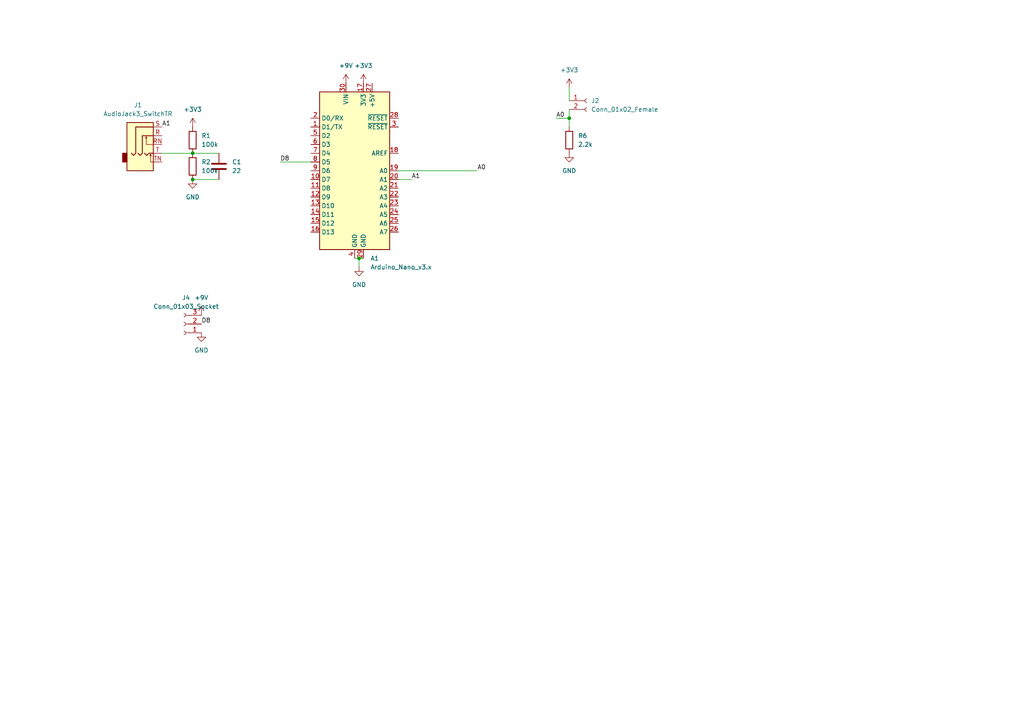
<source format=kicad_sch>
(kicad_sch (version 20250114) (generator "eeschema") (generator_version "9.0")
  (paper "A4")
  (lib_symbols
    (symbol "Connector:AudioJack3_SwitchTR"
      (property "Reference" "J" (at 0 8.89 0))
      (property "Value" "AudioJack3_SwitchTR" (at 0 6.35 0))
      (symbol "AudioJack3_SwitchTR_0_1"
        (rectangle (start -5.08 -5.08) (end -6.35 -7.62) (stroke (width 0.254)) (fill (type outline)))
        (polyline (pts (xy -1.905 -5.08) (xy -1.27 -5.715) (xy -0.635 -5.08) (xy -0.635 0) (xy 2.54 0)) (stroke (width 0.254)))
        (polyline (pts (xy 0 -5.08) (xy 0.635 -5.715) (xy 1.27 -5.08) (xy 2.54 -5.08)) (stroke (width 0.254)))
        (polyline (pts (xy 0.508 -0.254) (xy 0.762 -0.762)))
        (polyline (pts (xy 1.778 -5.334) (xy 2.032 -5.842)))
        (rectangle (start 2.54 3.81) (end -5.08 -10.16) (stroke (width 0.254)) (fill (type background)))
        (polyline (pts (xy 2.54 2.54) (xy -2.54 2.54) (xy -2.54 -5.08) (xy -3.175 -5.715) (xy -3.81 -5.08)) (stroke (width 0.254)))
        (polyline (pts (xy 2.54 -2.54) (xy 0.508 -2.54) (xy 0.508 -0.254) (xy 0.254 -0.762)))
        (polyline (pts (xy 2.54 -7.62) (xy 1.778 -7.62) (xy 1.778 -5.334) (xy 1.524 -5.842)))
      )
      (symbol "AudioJack3_SwitchTR_1_1"
        (pin passive line (at 5.08 2.54 180) (length 2.54) (name "~") (number "S"))
        (pin passive line (at 5.08 0 180) (length 2.54) (name "~") (number "R"))
        (pin passive line (at 5.08 -2.54 180) (length 2.54) (name "~") (number "RN"))
        (pin passive line (at 5.08 -5.08 180) (length 2.54) (name "~") (number "T"))
        (pin passive line (at 5.08 -7.62 180) (length 2.54) (name "~") (number "TN"))
      )
    )
    (symbol "Connector:Conn_01x02_Female" (pin_names (offset 1.016) (hide yes))
      (property "Reference" "J" (at 0 2.54 0))
      (property "Value" "Conn_01x02_Female" (at 0 -5.08 0))
      (symbol "Conn_01x02_Female_1_1"
        (polyline (pts (xy -1.27 0) (xy -0.508 0)) (stroke (width 0.1524)))
        (polyline (pts (xy -1.27 -2.54) (xy -0.508 -2.54)) (stroke (width 0.1524)))
        (arc (start 0 -0.508) (mid -0.5058 0) (end 0 0.508) (stroke (width 0.1524)))
        (arc (start 0 -3.048) (mid -0.5058 -2.54) (end 0 -2.032) (stroke (width 0.1524)))
        (pin passive line (at -5.08 0 0) (length 3.81) (name "Pin_1") (number "1"))
        (pin passive line (at -5.08 -2.54 0) (length 3.81) (name "Pin_2") (number "2"))
      )
    )
    (symbol "Connector:Conn_01x03_Socket" (pin_names (offset 1.016) (hide yes))
      (property "Reference" "J" (at 0 5.08 0))
      (property "Value" "Conn_01x03_Socket" (at 0 -5.08 0))
      (symbol "Conn_01x03_Socket_1_1"
        (polyline (pts (xy -1.27 2.54) (xy -0.508 2.54)) (stroke (width 0.1524)))
        (polyline (pts (xy -1.27 0) (xy -0.508 0)) (stroke (width 0.1524)))
        (polyline (pts (xy -1.27 -2.54) (xy -0.508 -2.54)) (stroke (width 0.1524)))
        (arc (start 0 2.032) (mid -0.5058 2.54) (end 0 3.048) (stroke (width 0.1524)))
        (arc (start 0 -0.508) (mid -0.5058 0) (end 0 0.508) (stroke (width 0.1524)))
        (arc (start 0 -3.048) (mid -0.5058 -2.54) (end 0 -2.032) (stroke (width 0.1524)))
        (pin passive line (at -5.08 2.54 0) (length 3.81) (name "Pin_1") (number "1"))
        (pin passive line (at -5.08 0 0) (length 3.81) (name "Pin_2") (number "2"))
        (pin passive line (at -5.08 -2.54 0) (length 3.81) (name "Pin_3") (number "3"))
      )
    )
    (symbol "Device:C" (pin_numbers (hide yes)) (pin_names (offset 0.254))
      (property "Reference" "C" (at 0.635 2.54 0))
      (property "Value" "C" (at 0.635 -2.54 0))
      (symbol "C_0_1"
        (polyline (pts (xy -2.032 0.762) (xy 2.032 0.762)) (stroke (width 0.508)))
        (polyline (pts (xy -2.032 -0.762) (xy 2.032 -0.762)) (stroke (width 0.508)))
      )
      (symbol "C_1_1"
        (pin passive line (at 0 3.81 270) (length 2.794) (name "~") (number "1"))
        (pin passive line (at 0 -3.81 90) (length 2.794) (name "~") (number "2"))
      )
    )
    (symbol "Device:R" (pin_numbers (hide yes)) (pin_names (offset 0))
      (property "Reference" "R" (at 2.032 0 90))
      (property "Value" "R" (at 0 0 90))
      (symbol "R_0_1"
        (rectangle (start -1.016 -2.54) (end 1.016 2.54) (stroke (width 0.254)))
      )
      (symbol "R_1_1"
        (pin passive line (at 0 3.81 270) (length 1.27) (name "~") (number "1"))
        (pin passive line (at 0 -3.81 90) (length 1.27) (name "~") (number "2"))
      )
    )
    (symbol "MCU_Module:Arduino_Nano_v3.x"
      (property "Reference" "A" (at -10.16 23.495 0))
      (property "Value" "Arduino_Nano_v3.x" (at 5.08 -24.13 0))
      (symbol "Arduino_Nano_v3.x_0_1"
        (rectangle (start -10.16 22.86) (end 10.16 -22.86) (stroke (width 0.254)) (fill (type background)))
      )
      (symbol "Arduino_Nano_v3.x_1_1"
        (pin bidirectional line (at -12.7 15.24 0) (length 2.54) (name "D0/RX") (number "2"))
        (pin bidirectional line (at -12.7 12.7 0) (length 2.54) (name "D1/TX") (number "1"))
        (pin bidirectional line (at -12.7 10.16 0) (length 2.54) (name "D2") (number "5"))
        (pin bidirectional line (at -12.7 7.62 0) (length 2.54) (name "D3") (number "6"))
        (pin bidirectional line (at -12.7 5.08 0) (length 2.54) (name "D4") (number "7"))
        (pin bidirectional line (at -12.7 2.54 0) (length 2.54) (name "D5") (number "8"))
        (pin bidirectional line (at -12.7 0 0) (length 2.54) (name "D6") (number "9"))
        (pin bidirectional line (at -12.7 -2.54 0) (length 2.54) (name "D7") (number "10"))
        (pin bidirectional line (at -12.7 -5.08 0) (length 2.54) (name "D8") (number "11"))
        (pin bidirectional line (at -12.7 -7.62 0) (length 2.54) (name "D9") (number "12"))
        (pin bidirectional line (at -12.7 -10.16 0) (length 2.54) (name "D10") (number "13"))
        (pin bidirectional line (at -12.7 -12.7 0) (length 2.54) (name "D11") (number "14"))
        (pin bidirectional line (at -12.7 -15.24 0) (length 2.54) (name "D12") (number "15"))
        (pin bidirectional line (at -12.7 -17.78 0) (length 2.54) (name "D13") (number "16"))
        (pin power_in line (at -2.54 25.4 270) (length 2.54) (name "VIN") (number "30"))
        (pin power_in line (at 0 -25.4 90) (length 2.54) (name "GND") (number "4"))
        (pin power_out line (at 2.54 25.4 270) (length 2.54) (name "3V3") (number "17"))
        (pin power_in line (at 2.54 -25.4 90) (length 2.54) (name "GND") (number "29"))
        (pin power_out line (at 5.08 25.4 270) (length 2.54) (name "+5V") (number "27"))
        (pin input line (at 12.7 15.24 180) (length 2.54) (name "~{RESET}") (number "28"))
        (pin input line (at 12.7 12.7 180) (length 2.54) (name "~{RESET}") (number "3"))
        (pin input line (at 12.7 5.08 180) (length 2.54) (name "AREF") (number "18"))
        (pin bidirectional line (at 12.7 0 180) (length 2.54) (name "A0") (number "19"))
        (pin bidirectional line (at 12.7 -2.54 180) (length 2.54) (name "A1") (number "20"))
        (pin bidirectional line (at 12.7 -5.08 180) (length 2.54) (name "A2") (number "21"))
        (pin bidirectional line (at 12.7 -7.62 180) (length 2.54) (name "A3") (number "22"))
        (pin bidirectional line (at 12.7 -10.16 180) (length 2.54) (name "A4") (number "23"))
        (pin bidirectional line (at 12.7 -12.7 180) (length 2.54) (name "A5") (number "24"))
        (pin bidirectional line (at 12.7 -15.24 180) (length 2.54) (name "A6") (number "25"))
        (pin bidirectional line (at 12.7 -17.78 180) (length 2.54) (name "A7") (number "26"))
      )
    )
    (symbol "power:+3.3V" (power) (pin_names (offset 0))
      (property "Value" "+3.3V" (at 0 3.556 0))
      (symbol "+3.3V_0_1"
        (polyline (pts (xy -0.762 1.27) (xy 0 2.54)))
        (polyline (pts (xy 0 2.54) (xy 0.762 1.27)))
        (polyline (pts (xy 0 0) (xy 0 2.54)))
      )
      (symbol "+3.3V_1_1"
        (pin power_in line (at 0 0 90) (length 0) (hide yes) (name "+3V3") (number "1"))
      )
    )
    (symbol "power:+9V" (power) (pin_names (offset 0))
      (property "Value" "+9V" (at 0 3.556 0))
      (symbol "+9V_0_1"
        (polyline (pts (xy -0.762 1.27) (xy 0 2.54)))
        (polyline (pts (xy 0 2.54) (xy 0.762 1.27)))
        (polyline (pts (xy 0 0) (xy 0 2.54)))
      )
      (symbol "+9V_1_1"
        (pin power_in line (at 0 0 90) (length 0) (hide yes) (name "+9V") (number "1"))
      )
    )
    (symbol "power:GND" (power) (pin_names (offset 0))
      (property "Value" "GND" (at 0 -3.81 0))
      (symbol "GND_0_1"
        (polyline (pts (xy 0 0) (xy 0 -1.27) (xy 1.27 -1.27) (xy 0 -2.54) (xy -1.27 -1.27) (xy 0 -1.27)))
      )
      (symbol "GND_1_1"
        (pin power_in line (at 0 0 270) (length 0) (hide yes) (name "GND") (number "1"))
      )
    )
  )
  (junction (at 165.1 34.29))
  (junction (at 55.88 52.07))
  (junction (at 104.14 74.93))
  (junction (at 55.88 44.45))
  (wire (pts (xy 165.1 25.4) (xy 165.1 29.21)))
  (wire (pts (xy 104.14 74.93) (xy 104.14 77.47)))
  (wire (pts (xy 115.57 49.53) (xy 138.43 49.53)))
  (wire (pts (xy 102.87 74.93) (xy 104.14 74.93)))
  (wire (pts (xy 55.88 44.45) (xy 63.5 44.45)))
  (wire (pts (xy 115.57 52.07) (xy 119.38 52.07)))
  (wire (pts (xy 165.1 34.29) (xy 165.1 36.83)))
  (wire (pts (xy 46.99 44.45) (xy 55.88 44.45)))
  (wire (pts (xy 104.14 74.93) (xy 105.41 74.93)))
  (wire (pts (xy 81.28 46.99) (xy 90.17 46.99)))
  (wire (pts (xy 161.29 34.29) (xy 165.1 34.29)))
  (wire (pts (xy 165.1 31.75) (xy 165.1 34.29)))
  (wire (pts (xy 55.88 52.07) (xy 63.5 52.07)))
  (label "A0" (at 161.29 34.29 0))
  (label "D8" (at 58.42 93.98 0))
  (label "A0" (at 138.43 49.53 0))
  (label "A1" (at 46.99 36.83 0))
  (label "A1" (at 119.38 52.07 0))
  (label "D8" (at 81.28 46.99 0))
  (symbol (lib_id "Device:R") (at 55.88 48.26 0) (unit 1)
    (property "Reference" "R2" (at 58.42 46.9899 0) (effects (justify left)))
    (property "Value" "100k" (at 58.42 49.5299 0) (effects (justify left)))
    (property "Footprint" "Resistor_THT:R_Axial_DIN0207_L6.3mm_D2.5mm_P10.16mm_Horizontal" (effects (hide yes)))
  )
  (symbol (lib_id "MCU_Module:Arduino_Nano_v3.x") (at 102.87 49.53 0) (unit 1)
    (property "Reference" "A1" (at 107.4294 74.93 0) (effects (justify left)))
    (property "Value" "Arduino_Nano_v3.x" (at 107.4294 77.47 0) (effects (justify left)))
    (property "Footprint" "Module:Arduino_Nano" (effects (hide yes)))
    (property "Datasheet" "http://www.mouser.com/pdfdocs/Gravitech_Arduino_Nano3_0.pdf" (effects (hide yes)))
  )
  (symbol (lib_id "power:+3.3V") (at 55.88 36.83 0) (unit 1)
    (property "Reference" "#PWR04" (effects (hide yes)))
    (property "Value" "+3V3" (at 55.88 31.75 0))
  )
  (symbol (lib_id "power:GND") (at 55.88 52.07 0) (unit 1)
    (property "Reference" "#PWR05" (effects (hide yes)))
    (property "Value" "GND" (at 55.88 57.15 0))
  )
  (symbol (lib_id "power:+3.3V") (at 105.41 24.13 0) (unit 1)
    (property "Reference" "#PWR03" (effects (hide yes)))
    (property "Value" "+3V3" (at 105.41 19.05 0))
  )
  (symbol (lib_id "Device:R") (at 165.1 40.64 0) (unit 1)
    (property "Reference" "R6" (at 167.64 39.37 0) (effects (justify left)))
    (property "Value" "2.2k" (at 167.64 41.91 0) (effects (justify left)))
    (property "Footprint" "Resistor_THT:R_Axial_DIN0207_L6.3mm_D2.5mm_P10.16mm_Horizontal" (effects (hide yes)))
  )
  (symbol (lib_id "power:GND") (at 104.14 77.47 0) (unit 1)
    (property "Reference" "#PWR02" (effects (hide yes)))
    (property "Value" "GND" (at 104.14 82.55 0))
  )
  (symbol (lib_id "power:+9V") (at 100.33 24.13 0) (unit 1)
    (property "Reference" "#PWR01" (effects (hide yes)))
    (property "Value" "+9V" (at 100.33 19.05 0))
  )
  (symbol (lib_id "Device:C") (at 63.5 48.26 0) (unit 1)
    (property "Reference" "C1" (at 67.31 46.9899 0) (effects (justify left)))
    (property "Value" "22" (at 67.31 49.5299 0) (effects (justify left)))
    (property "Footprint" "Capacitor_THT:CP_Radial_D5.0mm_P2.50mm" (effects (hide yes)))
  )
  (symbol (lib_id "power:+3.3V") (at 165.1 25.4 0) (unit 1)
    (property "Reference" "#PWR08" (effects (hide yes)))
    (property "Value" "+3V3" (at 165.1 20.32 0))
  )
  (symbol (lib_id "Connector:Conn_01x02_Female") (at 170.18 29.21 0) (unit 1)
    (property "Reference" "J2" (at 171.45 29.2099 0) (effects (justify left)))
    (property "Value" "Conn_01x02_Female" (at 171.45 31.7499 0) (effects (justify left)))
    (property "Footprint" "Connector_JST:JST_EH_B2B-EH-A_1x02_P2.50mm_Vertical" (effects (hide yes)))
  )
  (symbol (lib_id "Device:R") (at 55.88 40.64 0) (unit 1)
    (property "Reference" "R1" (at 58.42 39.3699 0) (effects (justify left)))
    (property "Value" "100k" (at 58.42 41.9099 0) (effects (justify left)))
    (property "Footprint" "Resistor_THT:R_Axial_DIN0207_L6.3mm_D2.5mm_P10.16mm_Horizontal" (effects (hide yes)))
  )
  (symbol (lib_id "power:GND") (at 58.42 96.52 0) (unit 1)
    (property "Reference" "#PWR07" (effects (hide yes)))
    (property "Value" "GND" (at 58.42 101.6 0))
  )
  (symbol (lib_id "Connector:Conn_01x03_Socket") (at 53.34 93.98 180) (unit 1)
    (property "Reference" "J4" (at 53.975 86.36 0))
    (property "Value" "Conn_01x03_Socket" (at 53.975 88.9 0))
    (property "Footprint" "Connector_JST:JST_EH_B3B-EH-A_1x03_P2.50mm_Vertical" (effects (hide yes)))
    (property "Description" "Generic connector, single row, 01x03, script generated" (effects (hide yes)))
  )
  (symbol (lib_id "power:+9V") (at 58.42 91.44 0) (unit 1)
    (property "Reference" "#PWR06" (effects (hide yes)))
    (property "Value" "+9V" (at 58.42 86.36 0))
  )
  (symbol (lib_id "power:GND") (at 165.1 44.45 0) (unit 1)
    (property "Reference" "#PWR09" (effects (hide yes)))
    (property "Value" "GND" (at 165.1 49.53 0))
  )
  (symbol (lib_id "Connector:AudioJack3_SwitchTR") (at 41.91 39.37 0) (unit 1)
    (property "Reference" "J1" (at 40.005 30.48 0))
    (property "Value" "AudioJack3_SwitchTR" (at 40.005 33.02 0))
    (property "Footprint" "Connector_Audio:Jack_3.5mm_CUI_SJ1-3525N_Horizontal" (effects (hide yes)))
  )
)
</source>
